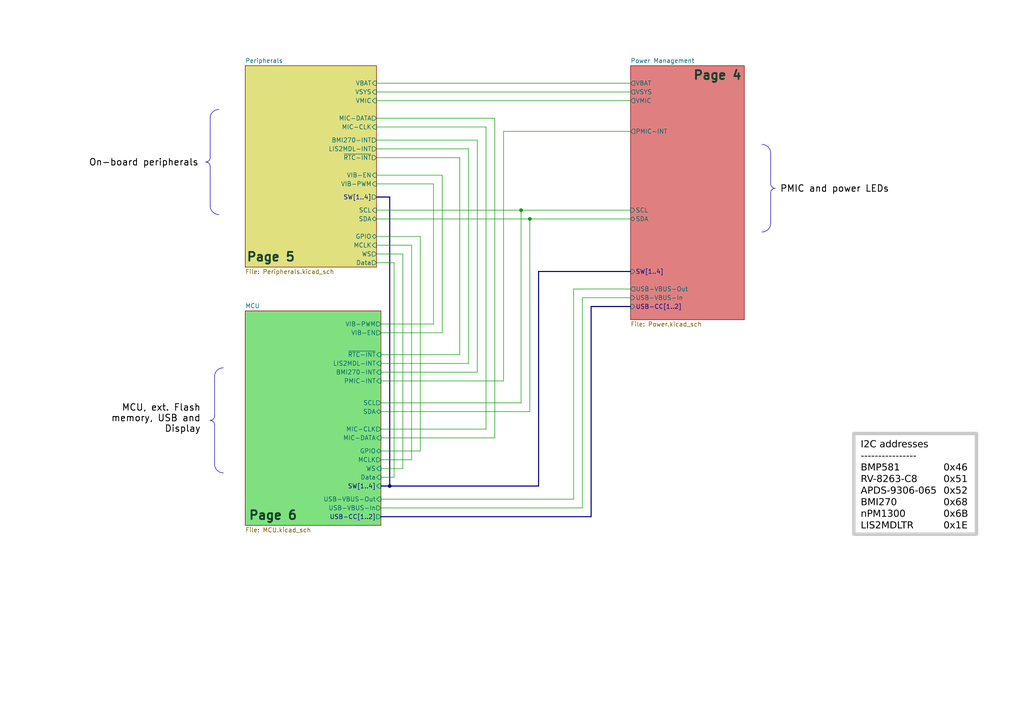
<source format=kicad_sch>
(kicad_sch
	(version 20250114)
	(generator "eeschema")
	(generator_version "9.0")
	(uuid "d5742f03-3b1a-42e5-a384-018bd4b919aa")
	(paper "A4")
	(title_block
		(title "Power-Management")
		(date "2025-07-13")
		(rev "${REVISION}")
		(company "${COMPANY}")
	)
	(lib_symbols)
	(arc
		(start 223.54 55.86)
		(mid 223.9149 54.9649)
		(end 224.81 54.59)
		(stroke
			(width 0)
			(type default)
		)
		(fill
			(type none)
		)
		(uuid 0d0a5f85-423a-4c91-909f-8f4829b9a93a)
	)
	(arc
		(start 60.96 34.29)
		(mid 61.7039 32.4939)
		(end 63.5 31.75)
		(stroke
			(width 0)
			(type default)
		)
		(fill
			(type none)
		)
		(uuid 1f986cde-39dc-4256-b7ab-1b87b0450a5a)
	)
	(arc
		(start 63.5 62.23)
		(mid 61.7098 61.4802)
		(end 60.96 59.69)
		(stroke
			(width 0)
			(type default)
		)
		(fill
			(type none)
		)
		(uuid 475eac8c-bcd6-4178-93e0-d59cefc80fd7)
	)
	(arc
		(start 59.69 46.99)
		(mid 60.5851 47.3649)
		(end 60.96 48.26)
		(stroke
			(width 0)
			(type default)
		)
		(fill
			(type none)
		)
		(uuid 602f2a6b-d9f6-47eb-afd4-baba9ea1f008)
	)
	(arc
		(start 221 41.89)
		(mid 222.7902 42.6398)
		(end 223.54 44.43)
		(stroke
			(width 0)
			(type default)
		)
		(fill
			(type none)
		)
		(uuid 6a9e2074-65cd-4a4a-84bf-6ceecf1db2b6)
	)
	(arc
		(start 224.81 54.59)
		(mid 223.9149 54.2151)
		(end 223.54 53.32)
		(stroke
			(width 0)
			(type default)
		)
		(fill
			(type none)
		)
		(uuid 74ec47f4-5d14-4868-94f6-a1b81869c9e3)
	)
	(arc
		(start 62.23 120.65)
		(mid 61.8551 121.5451)
		(end 60.96 121.92)
		(stroke
			(width 0)
			(type default)
		)
		(fill
			(type none)
		)
		(uuid 84c0fd28-0211-4b06-b256-6c0b700c0ec4)
	)
	(arc
		(start 223.54 64.75)
		(mid 222.7961 66.5461)
		(end 221 67.29)
		(stroke
			(width 0)
			(type default)
		)
		(fill
			(type none)
		)
		(uuid 910d85bb-30ec-4140-a43a-0fa0cba59ca3)
	)
	(arc
		(start 60.96 45.72)
		(mid 60.5851 46.6151)
		(end 59.69 46.99)
		(stroke
			(width 0)
			(type default)
		)
		(fill
			(type none)
		)
		(uuid 9aef0ffd-70f2-4f9f-a053-c0f003eead1b)
	)
	(arc
		(start 64.77 137.16)
		(mid 62.9798 136.4102)
		(end 62.23 134.62)
		(stroke
			(width 0)
			(type default)
		)
		(fill
			(type none)
		)
		(uuid b7347dca-925f-46cd-a43b-a0d430e2ae31)
	)
	(arc
		(start 62.23 109.22)
		(mid 62.9739 107.4239)
		(end 64.77 106.68)
		(stroke
			(width 0)
			(type default)
		)
		(fill
			(type none)
		)
		(uuid d3290a4f-eff2-4235-84b7-33a4e12c6a53)
	)
	(arc
		(start 60.96 121.92)
		(mid 61.8551 122.2949)
		(end 62.23 123.19)
		(stroke
			(width 0)
			(type default)
		)
		(fill
			(type none)
		)
		(uuid ffd260c0-4471-4212-8ed2-093930a6baae)
	)
	(text "Page 6"
		(exclude_from_sim no)
		(at 86.36 151.13 0)
		(effects
			(font
				(size 2.54 2.54)
				(bold yes)
				(color 20 60 40 1)
			)
			(justify right bottom)
			(href "#6")
		)
		(uuid "1c6419dd-4317-4250-9e51-7d91ac81481c")
	)
	(text "Page 4"
		(exclude_from_sim no)
		(at 215.265 23.495 0)
		(effects
			(font
				(size 2.54 2.54)
				(bold yes)
				(color 20 60 40 1)
			)
			(justify right bottom)
			(href "#4")
		)
		(uuid "40c46166-725e-4696-88e1-fc6bcae6612f")
	)
	(text "Page 5"
		(exclude_from_sim no)
		(at 85.725 76.2 0)
		(effects
			(font
				(size 2.54 2.54)
				(bold yes)
				(color 20 60 40 1)
			)
			(justify right bottom)
			(href "#5")
		)
		(uuid "edcfc842-3b0d-4b1a-9bde-92f723be0a77")
	)
	(text_box "MCU, ext. Flash memory, USB and Display"
		(exclude_from_sim no)
		(at 22.225 115.57 0)
		(size 37.465 12.7)
		(margins 1.4287 1.4287 1.4287 1.4287)
		(stroke
			(width -0.0001)
			(type solid)
		)
		(fill
			(type none)
		)
		(effects
			(font
				(size 1.905 1.905)
				(thickness 0.2381)
				(color 0 0 0 1)
			)
			(justify right top)
		)
		(uuid "14ff5e4d-8ee9-40f4-95c2-0ba3f9b9a625")
	)
	(text_box "I2C addresses\n----------------\nBMP581			0x46\nRV-8263-C8		0x51\nAPDS-9306-065	0x52\nBMI270			0x68\nnPM1300			0x6B\nLIS2MDLTR		0x1E"
		(exclude_from_sim no)
		(at 247.65 125.73 0)
		(size 35.56 29.21)
		(margins 2 2 2 2)
		(stroke
			(width 1)
			(type solid)
			(color 200 200 200 1)
		)
		(fill
			(type none)
		)
		(effects
			(font
				(face "Arial")
				(size 2 2)
				(color 0 0 0 1)
			)
			(justify left top)
		)
		(uuid "4cfd49f0-cf3d-448e-b835-b27d54dce44f")
	)
	(text_box "On-board peripherals"
		(exclude_from_sim no)
		(at 22.86 44.45 0)
		(size 36.195 5.08)
		(margins 1.4287 1.4287 1.4287 1.4287)
		(stroke
			(width -0.0001)
			(type solid)
		)
		(fill
			(type none)
		)
		(effects
			(font
				(size 1.905 1.905)
				(thickness 0.2381)
				(color 0 0 0 1)
			)
			(justify right top)
		)
		(uuid "6bf16732-08a7-4c2f-8e49-2d3ac9ac6ce3")
	)
	(text_box "PMIC and power LEDs"
		(exclude_from_sim no)
		(at 224.79 52.07 0)
		(size 35.56 5.1)
		(margins 1.4287 1.4287 1.4287 1.4287)
		(stroke
			(width -0.0001)
			(type solid)
		)
		(fill
			(type none)
		)
		(effects
			(font
				(size 1.905 1.905)
				(thickness 0.2381)
				(color 0 0 0 1)
			)
			(justify left top)
		)
		(uuid "a9cd2ca0-c476-4813-985e-388c7fef1b04")
	)
	(junction
		(at 113.03 140.97)
		(diameter 0)
		(color 0 0 0 0)
		(uuid "29f55d23-49a3-4eb1-b710-ba119b2b72f1")
	)
	(junction
		(at 153.67 63.5)
		(diameter 0)
		(color 0 0 0 0)
		(uuid "64d150ba-0952-45cf-a571-87a9916e08db")
	)
	(junction
		(at 151.13 60.96)
		(diameter 0)
		(color 0 0 0 0)
		(uuid "d7643d27-cc69-4e9f-a1e5-7aa0bd107efd")
	)
	(polyline
		(pts
			(xy 223.52 55.88) (xy 223.52 64.77)
		)
		(stroke
			(width 0)
			(type default)
		)
		(uuid "043c6618-b911-47f1-ac0c-19372b874d8e")
	)
	(polyline
		(pts
			(xy 62.23 123.19) (xy 62.23 134.62)
		)
		(stroke
			(width 0)
			(type default)
		)
		(uuid "05df6e9a-718c-498c-93fc-b44aadfd5cee")
	)
	(wire
		(pts
			(xy 135.89 43.18) (xy 135.89 105.41)
		)
		(stroke
			(width 0)
			(type default)
		)
		(uuid "0612fcd2-d101-4e30-8234-af8beb6fef7c")
	)
	(wire
		(pts
			(xy 140.97 36.83) (xy 109.22 36.83)
		)
		(stroke
			(width 0)
			(type default)
		)
		(uuid "09465722-f208-4478-ba29-c26bb32550b7")
	)
	(wire
		(pts
			(xy 119.38 133.35) (xy 110.49 133.35)
		)
		(stroke
			(width 0)
			(type default)
		)
		(uuid "09e18395-d584-477c-b66b-b301be2476c5")
	)
	(wire
		(pts
			(xy 110.49 116.84) (xy 151.13 116.84)
		)
		(stroke
			(width 0)
			(type default)
		)
		(uuid "0a56d7db-43ce-4647-8517-acd128e55201")
	)
	(wire
		(pts
			(xy 119.38 71.12) (xy 119.38 133.35)
		)
		(stroke
			(width 0)
			(type default)
		)
		(uuid "0b630398-f963-4d02-9766-62e3977f3f84")
	)
	(bus
		(pts
			(xy 171.45 88.9) (xy 182.88 88.9)
		)
		(stroke
			(width 0)
			(type default)
		)
		(uuid "0e541ba1-2cbf-4660-8eb9-30c87e9efe65")
	)
	(wire
		(pts
			(xy 110.49 107.95) (xy 138.43 107.95)
		)
		(stroke
			(width 0)
			(type default)
		)
		(uuid "0ecaa43f-5a7c-4bfe-ba7d-5fbdc71b86b8")
	)
	(wire
		(pts
			(xy 109.22 29.21) (xy 182.88 29.21)
		)
		(stroke
			(width 0)
			(type default)
		)
		(uuid "110bd0bc-7cdd-4b15-8e78-67d184df3e84")
	)
	(wire
		(pts
			(xy 121.92 130.81) (xy 110.49 130.81)
		)
		(stroke
			(width 0)
			(type default)
		)
		(uuid "1289be96-fa52-46ea-a624-22218680c6e9")
	)
	(wire
		(pts
			(xy 133.35 102.87) (xy 110.49 102.87)
		)
		(stroke
			(width 0)
			(type default)
		)
		(uuid "147291d1-ebf2-4af1-aadb-dd7a922f4ee8")
	)
	(wire
		(pts
			(xy 125.73 93.98) (xy 110.49 93.98)
		)
		(stroke
			(width 0)
			(type default)
		)
		(uuid "15a50584-8f09-4623-aed0-171ea05061a4")
	)
	(bus
		(pts
			(xy 113.03 57.15) (xy 113.03 140.97)
		)
		(stroke
			(width 0)
			(type default)
		)
		(uuid "26f06967-cfed-4b56-849a-1d8b23a128cd")
	)
	(wire
		(pts
			(xy 110.49 119.38) (xy 153.67 119.38)
		)
		(stroke
			(width 0)
			(type default)
		)
		(uuid "2ac0f37d-d3e1-4b4b-8a10-cb690cc101e0")
	)
	(bus
		(pts
			(xy 110.49 149.86) (xy 171.45 149.86)
		)
		(stroke
			(width 0)
			(type default)
		)
		(uuid "31582fbd-9b76-46fc-b50f-9ab742fdad05")
	)
	(wire
		(pts
			(xy 138.43 107.95) (xy 138.43 40.64)
		)
		(stroke
			(width 0)
			(type default)
		)
		(uuid "323963c3-051e-48e4-86eb-a6eb3dfb4132")
	)
	(wire
		(pts
			(xy 166.37 144.78) (xy 110.49 144.78)
		)
		(stroke
			(width 0)
			(type default)
		)
		(uuid "42fcc6fc-6ab5-456b-b1b5-2f07b690dd23")
	)
	(polyline
		(pts
			(xy 223.52 44.45) (xy 223.52 53.34)
		)
		(stroke
			(width 0)
			(type default)
		)
		(uuid "46430fe5-af18-42d8-a3c0-b6bd26320987")
	)
	(wire
		(pts
			(xy 182.88 38.1) (xy 146.05 38.1)
		)
		(stroke
			(width 0)
			(type default)
		)
		(uuid "48c77f4e-3bad-4ae9-b11e-e9468a55a3b4")
	)
	(wire
		(pts
			(xy 166.37 83.82) (xy 166.37 144.78)
		)
		(stroke
			(width 0)
			(type default)
		)
		(uuid "48cf0bcb-8628-4c9b-8504-f2da2552eaf1")
	)
	(bus
		(pts
			(xy 156.21 140.97) (xy 113.03 140.97)
		)
		(stroke
			(width 0)
			(type default)
		)
		(uuid "497042e3-5e8e-4cb7-9ebf-0507485ff9e2")
	)
	(bus
		(pts
			(xy 156.21 78.74) (xy 156.21 140.97)
		)
		(stroke
			(width 0)
			(type default)
		)
		(uuid "58d25a80-4cda-4f02-9aec-c521392eea84")
	)
	(wire
		(pts
			(xy 168.91 86.36) (xy 182.88 86.36)
		)
		(stroke
			(width 0)
			(type default)
		)
		(uuid "596197aa-1e3c-40c9-af7a-910a75c50e4b")
	)
	(wire
		(pts
			(xy 109.22 24.13) (xy 182.88 24.13)
		)
		(stroke
			(width 0)
			(type default)
		)
		(uuid "61f620f7-63d2-41a1-82b9-33f4ef90de41")
	)
	(wire
		(pts
			(xy 135.89 105.41) (xy 110.49 105.41)
		)
		(stroke
			(width 0)
			(type default)
		)
		(uuid "6549794d-5004-42d4-9574-39b8df440bc9")
	)
	(wire
		(pts
			(xy 133.35 45.72) (xy 133.35 102.87)
		)
		(stroke
			(width 0)
			(type default)
		)
		(uuid "69c7df00-bb28-4cb9-a016-99e12b1595da")
	)
	(wire
		(pts
			(xy 168.91 86.36) (xy 168.91 147.32)
		)
		(stroke
			(width 0)
			(type default)
		)
		(uuid "6ae7ba33-0b30-49cf-ae82-79efbcf22079")
	)
	(bus
		(pts
			(xy 156.21 78.74) (xy 182.88 78.74)
		)
		(stroke
			(width 0)
			(type default)
		)
		(uuid "6b008153-c870-403a-91ec-4c7d7c08cba0")
	)
	(bus
		(pts
			(xy 171.45 88.9) (xy 171.45 149.86)
		)
		(stroke
			(width 0)
			(type default)
		)
		(uuid "6baffa15-f8ae-4332-bf62-86d3e726b99f")
	)
	(wire
		(pts
			(xy 109.22 45.72) (xy 133.35 45.72)
		)
		(stroke
			(width 0)
			(type default)
		)
		(uuid "6cbc9a39-55a2-40d5-ba4d-646460d2da0d")
	)
	(wire
		(pts
			(xy 153.67 63.5) (xy 153.67 119.38)
		)
		(stroke
			(width 0)
			(type default)
		)
		(uuid "6dfe7b4f-8add-4aea-b19e-68cbb90c3852")
	)
	(wire
		(pts
			(xy 153.67 63.5) (xy 182.88 63.5)
		)
		(stroke
			(width 0)
			(type default)
		)
		(uuid "7349ffd5-052b-4eec-8755-ca945cfbd92c")
	)
	(bus
		(pts
			(xy 109.22 57.15) (xy 113.03 57.15)
		)
		(stroke
			(width 0)
			(type default)
		)
		(uuid "769bc835-81ce-46b4-9a12-7ef0709c6c6a")
	)
	(wire
		(pts
			(xy 128.27 96.52) (xy 110.49 96.52)
		)
		(stroke
			(width 0)
			(type default)
		)
		(uuid "77a2e427-53cf-4a27-a904-af25fd1b0c0b")
	)
	(wire
		(pts
			(xy 166.37 83.82) (xy 182.88 83.82)
		)
		(stroke
			(width 0)
			(type default)
		)
		(uuid "7a6d65f6-5139-45ce-904d-e7b7e6123a92")
	)
	(wire
		(pts
			(xy 109.22 53.34) (xy 125.73 53.34)
		)
		(stroke
			(width 0)
			(type default)
		)
		(uuid "7ac98f2a-d4ea-4e43-9f86-ca003cfe7159")
	)
	(wire
		(pts
			(xy 143.51 127) (xy 110.49 127)
		)
		(stroke
			(width 0)
			(type default)
		)
		(uuid "7ba01e5b-5d6c-4631-b019-2350a4c1b07d")
	)
	(wire
		(pts
			(xy 109.22 60.96) (xy 151.13 60.96)
		)
		(stroke
			(width 0)
			(type default)
		)
		(uuid "7e11aac7-4615-4b47-a416-8c53507bd8bb")
	)
	(wire
		(pts
			(xy 138.43 40.64) (xy 109.22 40.64)
		)
		(stroke
			(width 0)
			(type default)
		)
		(uuid "7f640ee9-451c-41b0-80b5-312edf3f4bd1")
	)
	(wire
		(pts
			(xy 146.05 38.1) (xy 146.05 110.49)
		)
		(stroke
			(width 0)
			(type default)
		)
		(uuid "7fe2186f-5170-47be-9e13-6cb4e19a9f8d")
	)
	(wire
		(pts
			(xy 140.97 124.46) (xy 140.97 36.83)
		)
		(stroke
			(width 0)
			(type default)
		)
		(uuid "8623598b-8c0f-4793-bbe7-c75cd6a144b7")
	)
	(wire
		(pts
			(xy 109.22 50.8) (xy 128.27 50.8)
		)
		(stroke
			(width 0)
			(type default)
		)
		(uuid "961850bc-7afd-4b33-9e6d-7970199be68d")
	)
	(wire
		(pts
			(xy 109.22 71.12) (xy 119.38 71.12)
		)
		(stroke
			(width 0)
			(type default)
		)
		(uuid "9b7acb9e-b30c-49b1-9241-c3d23949449a")
	)
	(wire
		(pts
			(xy 151.13 60.96) (xy 151.13 116.84)
		)
		(stroke
			(width 0)
			(type default)
		)
		(uuid "9f4acdc0-4a27-4e7b-a2c6-492f9a8c0c12")
	)
	(wire
		(pts
			(xy 110.49 124.46) (xy 140.97 124.46)
		)
		(stroke
			(width 0)
			(type default)
		)
		(uuid "a735173a-5b59-4a35-add9-d2ec6baa4b86")
	)
	(bus
		(pts
			(xy 113.03 140.97) (xy 110.49 140.97)
		)
		(stroke
			(width 0)
			(type default)
		)
		(uuid "a827e1b5-4882-40a8-afa8-12d07ef0daf0")
	)
	(wire
		(pts
			(xy 121.92 68.58) (xy 121.92 130.81)
		)
		(stroke
			(width 0)
			(type default)
		)
		(uuid "a886989a-a7d1-4d10-bacc-6cb9946c4edb")
	)
	(wire
		(pts
			(xy 109.22 43.18) (xy 135.89 43.18)
		)
		(stroke
			(width 0)
			(type default)
		)
		(uuid "a9c8d3be-8729-4150-b988-215b2c1815cb")
	)
	(wire
		(pts
			(xy 110.49 147.32) (xy 168.91 147.32)
		)
		(stroke
			(width 0)
			(type default)
		)
		(uuid "aa00a422-1802-4154-8bf3-ca2360ea7cd5")
	)
	(wire
		(pts
			(xy 128.27 50.8) (xy 128.27 96.52)
		)
		(stroke
			(width 0)
			(type default)
		)
		(uuid "b0c9aad4-d822-4e95-97d2-6e474cbd78f0")
	)
	(wire
		(pts
			(xy 114.3 138.43) (xy 110.49 138.43)
		)
		(stroke
			(width 0)
			(type default)
		)
		(uuid "b20d028c-c07a-4346-be08-f3c0ccf8050c")
	)
	(polyline
		(pts
			(xy 62.23 120.65) (xy 62.23 109.22)
		)
		(stroke
			(width 0)
			(type default)
		)
		(uuid "bb8763f6-0405-4060-81c6-ef46723cdfa8")
	)
	(wire
		(pts
			(xy 116.84 73.66) (xy 116.84 135.89)
		)
		(stroke
			(width 0)
			(type default)
		)
		(uuid "c03e323f-00d3-4309-ba82-da2197bfa15c")
	)
	(wire
		(pts
			(xy 143.51 34.29) (xy 143.51 127)
		)
		(stroke
			(width 0)
			(type default)
		)
		(uuid "c449571d-a795-446a-af7c-258a07860599")
	)
	(wire
		(pts
			(xy 125.73 53.34) (xy 125.73 93.98)
		)
		(stroke
			(width 0)
			(type default)
		)
		(uuid "c5292275-8461-4c23-b8a3-c40791166809")
	)
	(wire
		(pts
			(xy 109.22 68.58) (xy 121.92 68.58)
		)
		(stroke
			(width 0)
			(type default)
		)
		(uuid "cbcfd958-0895-4dc7-9491-9e6991be0317")
	)
	(wire
		(pts
			(xy 109.22 63.5) (xy 153.67 63.5)
		)
		(stroke
			(width 0)
			(type default)
		)
		(uuid "cea72b24-df67-4690-b6ab-d32da7594f34")
	)
	(wire
		(pts
			(xy 109.22 26.67) (xy 182.88 26.67)
		)
		(stroke
			(width 0)
			(type default)
		)
		(uuid "cfca47e9-5556-439a-b6e0-b88420013397")
	)
	(wire
		(pts
			(xy 114.3 76.2) (xy 114.3 138.43)
		)
		(stroke
			(width 0)
			(type default)
		)
		(uuid "d4f5d83c-c5cb-4895-983a-e563f323ff9b")
	)
	(wire
		(pts
			(xy 109.22 76.2) (xy 114.3 76.2)
		)
		(stroke
			(width 0)
			(type default)
		)
		(uuid "dc78a5a2-cb92-4a3f-bffb-7642afdb9a00")
	)
	(polyline
		(pts
			(xy 60.96 48.26) (xy 60.96 59.69)
		)
		(stroke
			(width 0)
			(type default)
		)
		(uuid "e2ec56b3-fcbc-418e-ba82-c5d7af6b18ba")
	)
	(wire
		(pts
			(xy 116.84 135.89) (xy 110.49 135.89)
		)
		(stroke
			(width 0)
			(type default)
		)
		(uuid "e6412902-a12c-4726-96c0-1a87361338cf")
	)
	(wire
		(pts
			(xy 110.49 110.49) (xy 146.05 110.49)
		)
		(stroke
			(width 0)
			(type default)
		)
		(uuid "e8246558-51d9-46d8-982f-55d7ac1b294d")
	)
	(wire
		(pts
			(xy 109.22 73.66) (xy 116.84 73.66)
		)
		(stroke
			(width 0)
			(type default)
		)
		(uuid "e85441e1-1c54-4457-880a-f8059155ac91")
	)
	(wire
		(pts
			(xy 151.13 60.96) (xy 182.88 60.96)
		)
		(stroke
			(width 0)
			(type default)
		)
		(uuid "efe0c016-f71b-4417-a843-9fca35d1cef7")
	)
	(polyline
		(pts
			(xy 60.96 45.72) (xy 60.96 34.29)
		)
		(stroke
			(width 0)
			(type default)
		)
		(uuid "efee73f9-8b99-4dd0-a783-7dbc49dacb47")
	)
	(wire
		(pts
			(xy 109.22 34.29) (xy 143.51 34.29)
		)
		(stroke
			(width 0)
			(type default)
		)
		(uuid "f53c9ce5-5f62-4f5f-91bf-f54d9587167a")
	)
	(sheet
		(at 71.12 19.05)
		(size 38.1 58.42)
		(exclude_from_sim no)
		(in_bom yes)
		(on_board yes)
		(dnp no)
		(fields_autoplaced yes)
		(stroke
			(width 0.1524)
			(type solid)
		)
		(fill
			(color 194 194 0 0.5000)
		)
		(uuid "82af773f-8c39-43b9-baa2-3658da6c8bb2")
		(property "Sheetname" "Peripherals"
			(at 71.12 18.3384 0)
			(effects
				(font
					(size 1.27 1.27)
				)
				(justify left bottom)
			)
		)
		(property "Sheetfile" "Peripherals.kicad_sch"
			(at 71.12 78.0546 0)
			(effects
				(font
					(size 1.27 1.27)
				)
				(justify left top)
			)
		)
		(pin "SDA" bidirectional
			(at 109.22 63.5 0)
			(uuid "1eba675f-19b6-4eba-8fe6-90deccba51be")
			(effects
				(font
					(size 1.27 1.27)
				)
				(justify right)
			)
		)
		(pin "SCL" input
			(at 109.22 60.96 0)
			(uuid "bb337551-8166-4fd6-a499-6bab8619b51a")
			(effects
				(font
					(size 1.27 1.27)
				)
				(justify right)
			)
		)
		(pin "LIS2MDL-INT" output
			(at 109.22 43.18 0)
			(uuid "f9446bb0-ec0b-453a-b94f-c3fef08131bf")
			(effects
				(font
					(size 1.27 1.27)
				)
				(justify right)
			)
		)
		(pin "BMI270-INT" output
			(at 109.22 40.64 0)
			(uuid "de9f7396-b2c2-41ba-b5b4-bf10ea78a8a7")
			(effects
				(font
					(size 1.27 1.27)
				)
				(justify right)
			)
		)
		(pin "MIC-CLK" input
			(at 109.22 36.83 0)
			(uuid "bd487bc6-b4ba-4b0a-a3b2-8e2efd663997")
			(effects
				(font
					(size 1.27 1.27)
				)
				(justify right)
			)
		)
		(pin "MIC-DATA" output
			(at 109.22 34.29 0)
			(uuid "da52275d-b12c-474d-9e34-8bab37713965")
			(effects
				(font
					(size 1.27 1.27)
				)
				(justify right)
			)
		)
		(pin "SW[1..4]" output
			(at 109.22 57.15 0)
			(uuid "0045687a-593f-4c61-91f3-4bbebd17a337")
			(effects
				(font
					(size 1.27 1.27)
				)
				(justify right)
			)
		)
		(pin "VBAT" input
			(at 109.22 24.13 0)
			(uuid "3ffb7511-678d-4b0c-8533-869f86755930")
			(effects
				(font
					(size 1.27 1.27)
				)
				(justify right)
			)
		)
		(pin "VSYS" input
			(at 109.22 26.67 0)
			(uuid "4e5961b0-ce96-4f62-8ff7-f606f1f01d2a")
			(effects
				(font
					(size 1.27 1.27)
				)
				(justify right)
			)
		)
		(pin "~{RTC-INT}" output
			(at 109.22 45.72 0)
			(uuid "1b89b6ba-fdaa-4042-99a5-381aa29b58e2")
			(effects
				(font
					(size 1.27 1.27)
				)
				(justify right)
			)
		)
		(pin "VIB-EN" input
			(at 109.22 50.8 0)
			(uuid "c06a7bb5-06bd-4fd2-9e16-ee0bf75a1651")
			(effects
				(font
					(size 1.27 1.27)
				)
				(justify right)
			)
		)
		(pin "VIB-PWM" input
			(at 109.22 53.34 0)
			(uuid "4df49e2f-f788-4101-bb1f-064313bba0b6")
			(effects
				(font
					(size 1.27 1.27)
				)
				(justify right)
			)
		)
		(pin "MCLK" input
			(at 109.22 71.12 0)
			(uuid "f606846e-30e5-4f58-89da-18bf98f13c82")
			(effects
				(font
					(size 1.27 1.27)
				)
				(justify right)
			)
		)
		(pin "WS" output
			(at 109.22 73.66 0)
			(uuid "aff0a317-18e8-472f-bf48-839c4ad6be5b")
			(effects
				(font
					(size 1.27 1.27)
				)
				(justify right)
			)
		)
		(pin "Data" output
			(at 109.22 76.2 0)
			(uuid "dbef254f-68b8-4eac-a0cc-f1fdad27723e")
			(effects
				(font
					(size 1.27 1.27)
				)
				(justify right)
			)
		)
		(pin "VMIC" input
			(at 109.22 29.21 0)
			(uuid "810db047-2031-423f-b951-63f86949173d")
			(effects
				(font
					(size 1.27 1.27)
				)
				(justify right)
			)
		)
		(pin "GPIO" bidirectional
			(at 109.22 68.58 0)
			(uuid "5133513b-86fa-4172-b36c-6e97df141c7f")
			(effects
				(font
					(size 1.27 1.27)
				)
				(justify right)
			)
		)
		(instances
			(project ""
				(path "/c5103ceb-5325-4a84-a025-9638a412984e"
					(page "#")
				)
			)
			(project "ZSWatch-Watch-DevKit"
				(path "/d5742f03-3b1a-42e5-a384-018bd4b919aa/c5103ceb-5325-4a84-a025-9638a412984e"
					(page "5")
				)
			)
		)
	)
	(sheet
		(at 71.12 90.17)
		(size 39.37 62.23)
		(exclude_from_sim no)
		(in_bom yes)
		(on_board yes)
		(dnp no)
		(fields_autoplaced yes)
		(stroke
			(width 0.1524)
			(type solid)
		)
		(fill
			(color 0 194 0 0.5000)
		)
		(uuid "8c9f2ee7-84da-4a9a-b0dc-117e0b0a9ea7")
		(property "Sheetname" "MCU"
			(at 71.12 89.4584 0)
			(effects
				(font
					(size 1.27 1.27)
				)
				(justify left bottom)
			)
		)
		(property "Sheetfile" "MCU.kicad_sch"
			(at 71.12 152.9846 0)
			(effects
				(font
					(size 1.27 1.27)
				)
				(justify left top)
			)
		)
		(pin "SCL" output
			(at 110.49 116.84 0)
			(uuid "797249bb-9869-421e-8e92-643b562e07c7")
			(effects
				(font
					(size 1.27 1.27)
				)
				(justify right)
			)
		)
		(pin "LIS2MDL-INT" input
			(at 110.49 105.41 0)
			(uuid "07375f88-2e9c-4e51-b8c4-2084d7ed672d")
			(effects
				(font
					(size 1.27 1.27)
				)
				(justify right)
			)
		)
		(pin "BMI270-INT" input
			(at 110.49 107.95 0)
			(uuid "3e12da2a-033c-40fc-aa6b-96d8bfbb4cf3")
			(effects
				(font
					(size 1.27 1.27)
				)
				(justify right)
			)
		)
		(pin "PMIC-INT" input
			(at 110.49 110.49 0)
			(uuid "ace71a04-b7ab-4a2f-9fb9-a6b38e5217c1")
			(effects
				(font
					(size 1.27 1.27)
				)
				(justify right)
			)
		)
		(pin "MIC-DATA" input
			(at 110.49 127 0)
			(uuid "8850166a-b658-4d29-a0a5-9e447cda1ad6")
			(effects
				(font
					(size 1.27 1.27)
				)
				(justify right)
			)
		)
		(pin "MIC-CLK" output
			(at 110.49 124.46 0)
			(uuid "b011bc5c-deda-4e2f-aa1e-0eaa632dcfe3")
			(effects
				(font
					(size 1.27 1.27)
				)
				(justify right)
			)
		)
		(pin "USB-VBUS-In" output
			(at 110.49 147.32 0)
			(uuid "96cb327f-d37d-4f2d-9c3b-5d505420c6ad")
			(effects
				(font
					(size 1.27 1.27)
				)
				(justify right)
			)
		)
		(pin "USB-CC[1..2]" output
			(at 110.49 149.86 0)
			(uuid "6a0b679b-6522-4527-8ed7-c1ded9b2a9a0")
			(effects
				(font
					(size 1.27 1.27)
				)
				(justify right)
			)
		)
		(pin "USB-VBUS-Out" input
			(at 110.49 144.78 0)
			(uuid "e071ff08-fec4-49e9-949e-186193f82465")
			(effects
				(font
					(size 1.27 1.27)
				)
				(justify right)
			)
		)
		(pin "SW[1..4]" input
			(at 110.49 140.97 0)
			(uuid "f1d5f040-34c2-4367-85d5-baa50b55dc11")
			(effects
				(font
					(size 1.27 1.27)
				)
				(justify right)
			)
		)
		(pin "~{RTC-INT}" input
			(at 110.49 102.87 0)
			(uuid "86c732d1-e8ac-419e-a590-91d080341b4c")
			(effects
				(font
					(size 1.27 1.27)
				)
				(justify right)
			)
		)
		(pin "VIB-EN" output
			(at 110.49 96.52 0)
			(uuid "0ddf500a-0bb5-42cd-82fd-7b8eaf72a350")
			(effects
				(font
					(size 1.27 1.27)
				)
				(justify right)
			)
		)
		(pin "VIB-PWM" output
			(at 110.49 93.98 0)
			(uuid "927eeacb-2b9c-42db-9a63-b19835a2516b")
			(effects
				(font
					(size 1.27 1.27)
				)
				(justify right)
			)
		)
		(pin "MCLK" output
			(at 110.49 133.35 0)
			(uuid "3b00e0af-be1c-4a06-a7b2-5e396ab0dbd8")
			(effects
				(font
					(size 1.27 1.27)
				)
				(justify right)
			)
		)
		(pin "WS" input
			(at 110.49 135.89 0)
			(uuid "7bf1bc1a-ab56-47bb-91c7-1ab89d6391d4")
			(effects
				(font
					(size 1.27 1.27)
				)
				(justify right)
			)
		)
		(pin "Data" input
			(at 110.49 138.43 0)
			(uuid "b0def621-addf-4a5c-ae91-caf921bcb101")
			(effects
				(font
					(size 1.27 1.27)
				)
				(justify right)
			)
		)
		(pin "SDA" bidirectional
			(at 110.49 119.38 0)
			(uuid "50a74a98-2e66-4392-83ff-0fb9e161c980")
			(effects
				(font
					(size 1.27 1.27)
				)
				(justify right)
			)
		)
		(pin "GPIO" bidirectional
			(at 110.49 130.81 0)
			(uuid "11cc2b34-3324-49d8-9f67-533ddfad58f5")
			(effects
				(font
					(size 1.27 1.27)
				)
				(justify right)
			)
		)
		(instances
			(project ""
				(path "/c5103ceb-5325-4a84-a025-9638a412984e"
					(page "#")
				)
			)
			(project "ZSWatch-Watch-DevKit"
				(path "/d5742f03-3b1a-42e5-a384-018bd4b919aa/c5103ceb-5325-4a84-a025-9638a412984e"
					(page "6")
				)
			)
		)
	)
	(sheet
		(at 182.88 19.05)
		(size 33.02 73.66)
		(exclude_from_sim no)
		(in_bom yes)
		(on_board yes)
		(dnp no)
		(fields_autoplaced yes)
		(stroke
			(width 0.1524)
			(type solid)
		)
		(fill
			(color 194 0 0 0.5000)
		)
		(uuid "cee9a3a2-28cd-4e6c-b23d-337f115f39e8")
		(property "Sheetname" "Power Management"
			(at 182.88 18.3384 0)
			(effects
				(font
					(size 1.27 1.27)
				)
				(justify left bottom)
			)
		)
		(property "Sheetfile" "Power.kicad_sch"
			(at 182.88 93.2946 0)
			(effects
				(font
					(size 1.27 1.27)
				)
				(justify left top)
			)
		)
		(pin "PMIC-INT" output
			(at 182.88 38.1 180)
			(uuid "52da53ce-c1e8-41b8-b9cf-0f4cb9dfd47c")
			(effects
				(font
					(size 1.27 1.27)
				)
				(justify left)
			)
		)
		(pin "SCL" input
			(at 182.88 60.96 180)
			(uuid "11eddba8-96df-4767-88fe-00b788be41ea")
			(effects
				(font
					(size 1.27 1.27)
				)
				(justify left)
			)
		)
		(pin "SDA" bidirectional
			(at 182.88 63.5 180)
			(uuid "edf7cf8e-768f-42be-ad90-6ba90c1f26db")
			(effects
				(font
					(size 1.27 1.27)
				)
				(justify left)
			)
		)
		(pin "VSYS" output
			(at 182.88 26.67 180)
			(uuid "5e4558eb-ce2f-41b6-9832-9bbb640fd251")
			(effects
				(font
					(size 1.27 1.27)
				)
				(justify left)
			)
		)
		(pin "VBAT" output
			(at 182.88 24.13 180)
			(uuid "e9c720ee-7b58-408c-b334-d9d458d80a2c")
			(effects
				(font
					(size 1.27 1.27)
				)
				(justify left)
			)
		)
		(pin "USB-VBUS-In" input
			(at 182.88 86.36 180)
			(uuid "163c1dce-66fb-4a5c-a4d9-5100029030bf")
			(effects
				(font
					(size 1.27 1.27)
				)
				(justify left)
			)
		)
		(pin "USB-CC[1..2]" input
			(at 182.88 88.9 180)
			(uuid "302485ea-4f66-470d-82ad-807719166ba5")
			(effects
				(font
					(size 1.27 1.27)
				)
				(justify left)
			)
		)
		(pin "USB-VBUS-Out" output
			(at 182.88 83.82 180)
			(uuid "78494372-6620-46dd-a87b-2c1205f3a78d")
			(effects
				(font
					(size 1.27 1.27)
				)
				(justify left)
			)
		)
		(pin "SW[1..4]" input
			(at 182.88 78.74 180)
			(uuid "ac2256bc-3f3d-482b-96c9-f8b3d88bdddc")
			(effects
				(font
					(size 1.27 1.27)
				)
				(justify left)
			)
		)
		(pin "VMIC" output
			(at 182.88 29.21 180)
			(uuid "bb9f9c71-3334-4f88-97b4-0b0b828d5da0")
			(effects
				(font
					(size 1.27 1.27)
				)
				(justify left)
			)
		)
		(instances
			(project ""
				(path "/c5103ceb-5325-4a84-a025-9638a412984e"
					(page "#")
				)
			)
			(project "ZSWatch-Watch-DevKit"
				(path "/d5742f03-3b1a-42e5-a384-018bd4b919aa/c5103ceb-5325-4a84-a025-9638a412984e"
					(page "4")
				)
			)
		)
	)
)

</source>
